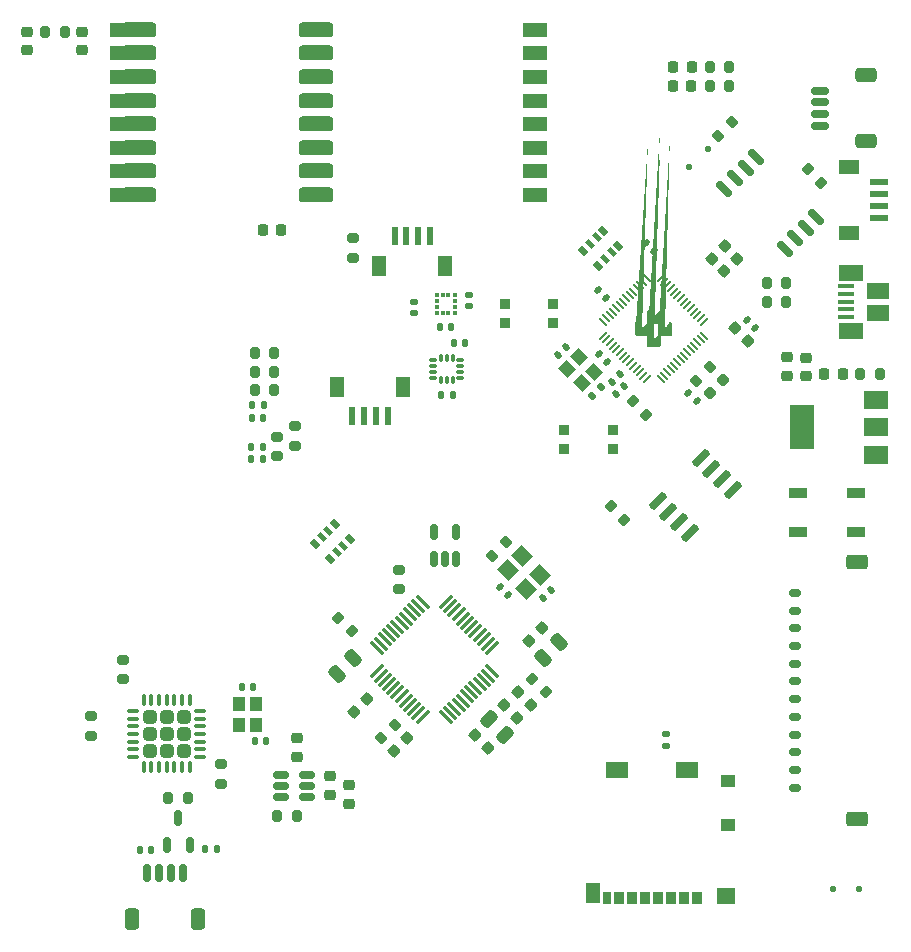
<source format=gbr>
%TF.GenerationSoftware,KiCad,Pcbnew,7.0.5*%
%TF.CreationDate,2023-08-02T13:43:56-07:00*%
%TF.ProjectId,flight_computer_dev_board_rfm98pw,666c6967-6874-45f6-936f-6d7075746572,rev?*%
%TF.SameCoordinates,Original*%
%TF.FileFunction,Paste,Top*%
%TF.FilePolarity,Positive*%
%FSLAX46Y46*%
G04 Gerber Fmt 4.6, Leading zero omitted, Abs format (unit mm)*
G04 Created by KiCad (PCBNEW 7.0.5) date 2023-08-02 13:43:56*
%MOMM*%
%LPD*%
G01*
G04 APERTURE LIST*
G04 Aperture macros list*
%AMRoundRect*
0 Rectangle with rounded corners*
0 $1 Rounding radius*
0 $2 $3 $4 $5 $6 $7 $8 $9 X,Y pos of 4 corners*
0 Add a 4 corners polygon primitive as box body*
4,1,4,$2,$3,$4,$5,$6,$7,$8,$9,$2,$3,0*
0 Add four circle primitives for the rounded corners*
1,1,$1+$1,$2,$3*
1,1,$1+$1,$4,$5*
1,1,$1+$1,$6,$7*
1,1,$1+$1,$8,$9*
0 Add four rect primitives between the rounded corners*
20,1,$1+$1,$2,$3,$4,$5,0*
20,1,$1+$1,$4,$5,$6,$7,0*
20,1,$1+$1,$6,$7,$8,$9,0*
20,1,$1+$1,$8,$9,$2,$3,0*%
%AMRotRect*
0 Rectangle, with rotation*
0 The origin of the aperture is its center*
0 $1 length*
0 $2 width*
0 $3 Rotation angle, in degrees counterclockwise*
0 Add horizontal line*
21,1,$1,$2,0,0,$3*%
%AMFreePoly0*
4,1,51,0.532219,0.614745,0.539696,0.609939,0.548496,0.608674,0.568109,0.591679,0.589937,0.577652,0.593629,0.569566,0.600348,0.563745,0.607658,0.538848,0.618438,0.515244,0.617172,0.506443,0.619677,0.497915,0.619677,-0.497915,0.614745,-0.532219,0.609939,-0.539696,0.608674,-0.548496,0.591679,-0.568109,0.577652,-0.589937,0.569566,-0.593629,0.563745,-0.600348,0.538848,-0.607658,
0.515244,-0.618438,0.506443,-0.617172,0.497915,-0.619677,-0.497915,-0.619677,-0.532219,-0.614745,-0.539696,-0.609939,-0.548496,-0.608674,-0.568109,-0.591679,-0.589937,-0.577652,-0.593629,-0.569566,-0.600348,-0.563745,-0.607658,-0.538848,-0.618438,-0.515244,-0.617172,-0.506443,-0.619677,-0.497915,-0.619677,0.397045,-0.616582,0.418565,-0.616895,0.422927,-0.615620,0.425261,-0.614745,0.431349,
-0.598456,0.456693,-0.584014,0.483144,-0.483144,0.584014,-0.465738,0.597042,-0.462875,0.600348,-0.460322,0.601097,-0.455399,0.604783,-0.425958,0.611187,-0.397045,0.619677,0.497915,0.619677,0.532219,0.614745,0.532219,0.614745,$1*%
%AMFreePoly1*
4,1,51,0.532219,0.614745,0.539696,0.609939,0.548496,0.608674,0.568109,0.591679,0.589937,0.577652,0.593629,0.569566,0.600348,0.563745,0.607658,0.538848,0.618438,0.515244,0.617172,0.506443,0.619677,0.497915,0.619677,-0.497915,0.614745,-0.532219,0.609939,-0.539696,0.608674,-0.548496,0.591679,-0.568109,0.577652,-0.589937,0.569566,-0.593629,0.563745,-0.600348,0.538848,-0.607658,
0.515244,-0.618438,0.506443,-0.617172,0.497915,-0.619677,-0.397045,-0.619677,-0.418563,-0.616583,-0.422927,-0.616895,-0.425261,-0.615620,-0.431349,-0.614745,-0.456693,-0.598456,-0.483144,-0.584014,-0.584014,-0.483144,-0.597044,-0.465737,-0.600348,-0.462875,-0.601097,-0.460323,-0.604783,-0.455400,-0.611187,-0.425956,-0.619677,-0.397045,-0.619677,0.497915,-0.614745,0.532219,-0.609939,0.539696,
-0.608674,0.548496,-0.591679,0.568109,-0.577652,0.589937,-0.569566,0.593629,-0.563745,0.600348,-0.538848,0.607658,-0.515244,0.618438,-0.506443,0.617172,-0.497915,0.619677,0.497915,0.619677,0.532219,0.614745,0.532219,0.614745,$1*%
%AMFreePoly2*
4,1,51,0.418565,0.616582,0.422927,0.616895,0.425261,0.615620,0.431349,0.614745,0.456693,0.598456,0.483144,0.584014,0.584014,0.483144,0.597042,0.465738,0.600348,0.462875,0.601097,0.460322,0.604783,0.455399,0.611187,0.425958,0.619677,0.397045,0.619677,-0.497915,0.614745,-0.532219,0.609939,-0.539696,0.608674,-0.548496,0.591679,-0.568109,0.577652,-0.589937,0.569566,-0.593629,
0.563745,-0.600348,0.538848,-0.607658,0.515244,-0.618438,0.506443,-0.617172,0.497915,-0.619677,-0.497915,-0.619677,-0.532219,-0.614745,-0.539696,-0.609939,-0.548496,-0.608674,-0.568109,-0.591679,-0.589937,-0.577652,-0.593629,-0.569566,-0.600348,-0.563745,-0.607658,-0.538848,-0.618438,-0.515244,-0.617172,-0.506443,-0.619677,-0.497915,-0.619677,0.497915,-0.614745,0.532219,-0.609939,0.539696,
-0.608674,0.548496,-0.591679,0.568109,-0.577652,0.589937,-0.569566,0.593629,-0.563745,0.600348,-0.538848,0.607658,-0.515244,0.618438,-0.506443,0.617172,-0.497915,0.619677,0.397045,0.619677,0.418565,0.616582,0.418565,0.616582,$1*%
%AMFreePoly3*
4,1,51,0.532219,0.614745,0.539696,0.609939,0.548496,0.608674,0.568109,0.591679,0.589937,0.577652,0.593629,0.569566,0.600348,0.563745,0.607658,0.538848,0.618438,0.515244,0.617172,0.506443,0.619677,0.497915,0.619677,-0.397045,0.616583,-0.418563,0.616895,-0.422927,0.615620,-0.425261,0.614745,-0.431349,0.598456,-0.456693,0.584014,-0.483144,0.483144,-0.584014,0.465737,-0.597044,
0.462875,-0.600348,0.460323,-0.601097,0.455400,-0.604783,0.425956,-0.611187,0.397045,-0.619677,-0.497915,-0.619677,-0.532219,-0.614745,-0.539696,-0.609939,-0.548496,-0.608674,-0.568109,-0.591679,-0.589937,-0.577652,-0.593629,-0.569566,-0.600348,-0.563745,-0.607658,-0.538848,-0.618438,-0.515244,-0.617172,-0.506443,-0.619677,-0.497915,-0.619677,0.497915,-0.614745,0.532219,-0.609939,0.539696,
-0.608674,0.548496,-0.591679,0.568109,-0.577652,0.589937,-0.569566,0.593629,-0.563745,0.600348,-0.538848,0.607658,-0.515244,0.618438,-0.506443,0.617172,-0.497915,0.619677,0.497915,0.619677,0.532219,0.614745,0.532219,0.614745,$1*%
G04 Aperture macros list end*
%ADD10RoundRect,0.250000X-0.320000X-0.320000X0.320000X-0.320000X0.320000X0.320000X-0.320000X0.320000X0*%
%ADD11RoundRect,0.075000X-0.437500X-0.075000X0.437500X-0.075000X0.437500X0.075000X-0.437500X0.075000X0*%
%ADD12RoundRect,0.075000X-0.075000X-0.437500X0.075000X-0.437500X0.075000X0.437500X-0.075000X0.437500X0*%
%ADD13RoundRect,0.200000X-0.275000X0.200000X-0.275000X-0.200000X0.275000X-0.200000X0.275000X0.200000X0*%
%ADD14RoundRect,0.140000X0.140000X0.170000X-0.140000X0.170000X-0.140000X-0.170000X0.140000X-0.170000X0*%
%ADD15RoundRect,0.140000X-0.140000X-0.170000X0.140000X-0.170000X0.140000X0.170000X-0.140000X0.170000X0*%
%ADD16R,1.000000X1.150000*%
%ADD17RoundRect,0.150000X-0.512500X-0.150000X0.512500X-0.150000X0.512500X0.150000X-0.512500X0.150000X0*%
%ADD18RoundRect,0.200000X0.200000X0.275000X-0.200000X0.275000X-0.200000X-0.275000X0.200000X-0.275000X0*%
%ADD19RoundRect,0.200000X-0.200000X-0.275000X0.200000X-0.275000X0.200000X0.275000X-0.200000X0.275000X0*%
%ADD20RoundRect,0.200000X0.275000X-0.200000X0.275000X0.200000X-0.275000X0.200000X-0.275000X-0.200000X0*%
%ADD21RoundRect,0.150000X-0.150000X-0.625000X0.150000X-0.625000X0.150000X0.625000X-0.150000X0.625000X0*%
%ADD22RoundRect,0.250000X-0.350000X-0.650000X0.350000X-0.650000X0.350000X0.650000X-0.350000X0.650000X0*%
%ADD23R,0.600000X1.550000*%
%ADD24R,1.200000X1.800000*%
%ADD25RoundRect,0.150000X0.150000X-0.512500X0.150000X0.512500X-0.150000X0.512500X-0.150000X-0.512500X0*%
%ADD26RoundRect,0.225000X-0.250000X0.225000X-0.250000X-0.225000X0.250000X-0.225000X0.250000X0.225000X0*%
%ADD27RoundRect,0.225000X0.250000X-0.225000X0.250000X0.225000X-0.250000X0.225000X-0.250000X-0.225000X0*%
%ADD28RoundRect,0.218750X0.026517X-0.335876X0.335876X-0.026517X-0.026517X0.335876X-0.335876X0.026517X0*%
%ADD29RotRect,0.800000X0.500000X135.000000*%
%ADD30RotRect,0.800000X0.400000X135.000000*%
%ADD31RoundRect,0.140000X-0.021213X0.219203X-0.219203X0.021213X0.021213X-0.219203X0.219203X-0.021213X0*%
%ADD32RoundRect,0.135000X0.185000X-0.135000X0.185000X0.135000X-0.185000X0.135000X-0.185000X-0.135000X0*%
%ADD33R,2.000000X1.500000*%
%ADD34R,2.000000X3.800000*%
%ADD35R,1.550000X0.600000*%
%ADD36R,1.800000X1.200000*%
%ADD37RoundRect,0.250000X0.159099X-0.512652X0.512652X-0.159099X-0.159099X0.512652X-0.512652X0.159099X0*%
%ADD38RoundRect,0.140000X0.021213X-0.219203X0.219203X-0.021213X-0.021213X0.219203X-0.219203X0.021213X0*%
%ADD39RoundRect,0.250000X0.512652X0.159099X0.159099X0.512652X-0.512652X-0.159099X-0.159099X-0.512652X0*%
%ADD40RoundRect,0.218750X0.218750X0.256250X-0.218750X0.256250X-0.218750X-0.256250X0.218750X-0.256250X0*%
%ADD41RoundRect,0.200000X-0.335876X-0.053033X-0.053033X-0.335876X0.335876X0.053033X0.053033X0.335876X0*%
%ADD42RoundRect,0.218750X-0.218750X-0.256250X0.218750X-0.256250X0.218750X0.256250X-0.218750X0.256250X0*%
%ADD43RoundRect,0.225000X-0.017678X0.335876X-0.335876X0.017678X0.017678X-0.335876X0.335876X-0.017678X0*%
%ADD44R,0.900000X0.900000*%
%ADD45RoundRect,0.140000X-0.170000X0.140000X-0.170000X-0.140000X0.170000X-0.140000X0.170000X0.140000X0*%
%ADD46RoundRect,0.225000X0.017678X-0.335876X0.335876X-0.017678X-0.017678X0.335876X-0.335876X0.017678X0*%
%ADD47RotRect,1.400000X1.200000X315.000000*%
%ADD48RoundRect,0.135000X-0.035355X0.226274X-0.226274X0.035355X0.035355X-0.226274X0.226274X-0.035355X0*%
%ADD49RoundRect,0.225000X-0.335876X-0.017678X-0.017678X-0.335876X0.335876X0.017678X0.017678X0.335876X0*%
%ADD50RoundRect,0.200000X0.053033X-0.335876X0.335876X-0.053033X-0.053033X0.335876X-0.335876X0.053033X0*%
%ADD51RotRect,1.150000X1.000000X315.000000*%
%ADD52RoundRect,0.140000X0.219203X0.021213X0.021213X0.219203X-0.219203X-0.021213X-0.021213X-0.219203X0*%
%ADD53RoundRect,0.200000X0.335876X0.053033X0.053033X0.335876X-0.335876X-0.053033X-0.053033X-0.335876X0*%
%ADD54R,2.000000X1.300000*%
%ADD55RoundRect,0.087500X-0.225000X-0.087500X0.225000X-0.087500X0.225000X0.087500X-0.225000X0.087500X0*%
%ADD56RoundRect,0.087500X-0.087500X-0.225000X0.087500X-0.225000X0.087500X0.225000X-0.087500X0.225000X0*%
%ADD57RoundRect,0.150000X-0.565685X0.353553X0.353553X-0.565685X0.565685X-0.353553X-0.353553X0.565685X0*%
%ADD58RoundRect,0.140000X-0.219203X-0.021213X-0.021213X-0.219203X0.219203X0.021213X0.021213X0.219203X0*%
%ADD59R,1.500000X0.900000*%
%ADD60RoundRect,0.125000X-0.125000X-0.125000X0.125000X-0.125000X0.125000X0.125000X-0.125000X0.125000X0*%
%ADD61RoundRect,0.125000X0.000000X-0.176777X0.176777X0.000000X0.000000X0.176777X-0.176777X0.000000X0*%
%ADD62R,0.850000X1.100000*%
%ADD63R,0.750000X1.100000*%
%ADD64R,1.200000X1.000000*%
%ADD65R,1.550000X1.350000*%
%ADD66R,1.900000X1.350000*%
%ADD67R,1.170000X1.800000*%
%ADD68RoundRect,0.150000X0.625000X-0.150000X0.625000X0.150000X-0.625000X0.150000X-0.625000X-0.150000X0*%
%ADD69RoundRect,0.250000X0.650000X-0.350000X0.650000X0.350000X-0.650000X0.350000X-0.650000X-0.350000X0*%
%ADD70FreePoly0,315.000000*%
%ADD71FreePoly1,315.000000*%
%ADD72FreePoly2,315.000000*%
%ADD73FreePoly3,315.000000*%
%ADD74RoundRect,0.050000X-0.309359X0.238649X0.238649X-0.309359X0.309359X-0.238649X-0.238649X0.309359X0*%
%ADD75RoundRect,0.050000X-0.309359X-0.238649X-0.238649X-0.309359X0.309359X0.238649X0.238649X0.309359X0*%
%ADD76RoundRect,0.317500X1.157500X0.317500X-1.157500X0.317500X-1.157500X-0.317500X1.157500X-0.317500X0*%
%ADD77R,0.375000X0.350000*%
%ADD78R,0.350000X0.375000*%
%ADD79RoundRect,0.225000X0.225000X0.250000X-0.225000X0.250000X-0.225000X-0.250000X0.225000X-0.250000X0*%
%ADD80RoundRect,0.150000X0.350000X-0.150000X0.350000X0.150000X-0.350000X0.150000X-0.350000X-0.150000X0*%
%ADD81RoundRect,0.250000X0.650000X-0.375000X0.650000X0.375000X-0.650000X0.375000X-0.650000X-0.375000X0*%
%ADD82RoundRect,0.150000X0.406586X0.618718X-0.618718X-0.406586X-0.406586X-0.618718X0.618718X0.406586X0*%
%ADD83RoundRect,0.200000X-0.053033X0.335876X-0.335876X0.053033X0.053033X-0.335876X0.335876X-0.053033X0*%
%ADD84RoundRect,0.225000X0.335876X0.017678X0.017678X0.335876X-0.335876X-0.017678X-0.017678X-0.335876X0*%
%ADD85R,1.380000X0.450000*%
%ADD86R,2.100000X1.475000*%
%ADD87R,1.900000X1.375000*%
%ADD88RoundRect,0.075000X-0.415425X-0.521491X0.521491X0.415425X0.415425X0.521491X-0.521491X-0.415425X0*%
%ADD89RoundRect,0.075000X0.415425X-0.521491X0.521491X-0.415425X-0.415425X0.521491X-0.521491X0.415425X0*%
G04 APERTURE END LIST*
D10*
%TO.C,U9*%
X163302500Y-121040000D03*
X166142500Y-119620000D03*
X166142500Y-118200000D03*
X164722500Y-119620000D03*
X164722500Y-118200000D03*
X163302500Y-118200000D03*
X166142500Y-121040000D03*
X163302500Y-119620000D03*
X164722500Y-121040000D03*
D11*
X161885000Y-117670000D03*
X161885000Y-118320000D03*
X161885000Y-118970000D03*
X161885000Y-119620000D03*
X161885000Y-120270000D03*
X161885000Y-120920000D03*
X161885000Y-121570000D03*
D12*
X162772500Y-122457500D03*
X163422500Y-122457500D03*
X164072500Y-122457500D03*
X164722500Y-122457500D03*
X165372500Y-122457500D03*
X166022500Y-122457500D03*
X166672500Y-122457500D03*
D11*
X167560000Y-121570000D03*
X167560000Y-120920000D03*
X167560000Y-120270000D03*
X167560000Y-119620000D03*
X167560000Y-118970000D03*
X167560000Y-118320000D03*
X167560000Y-117670000D03*
D12*
X166672500Y-116782500D03*
X166022500Y-116782500D03*
X165372500Y-116782500D03*
X164722500Y-116782500D03*
X164072500Y-116782500D03*
X163422500Y-116782500D03*
X162772500Y-116782500D03*
%TD*%
D13*
%TO.C,R28*%
X184390000Y-105740000D03*
X184390000Y-107390000D03*
%TD*%
D14*
%TO.C,C40*%
X168940000Y-129360000D03*
X167980000Y-129360000D03*
%TD*%
%TO.C,C39*%
X163410000Y-129420000D03*
X162450000Y-129420000D03*
%TD*%
D15*
%TO.C,C38*%
X171080000Y-115670000D03*
X172040000Y-115670000D03*
%TD*%
%TO.C,C37*%
X172180000Y-120200000D03*
X173140000Y-120200000D03*
%TD*%
D16*
%TO.C,Y3*%
X172260000Y-118825000D03*
X172260000Y-117075000D03*
X170860000Y-117075000D03*
X170860000Y-118825000D03*
%TD*%
D17*
%TO.C,U10*%
X174350000Y-123060000D03*
X174350000Y-124010000D03*
X174350000Y-124960000D03*
X176625000Y-124960000D03*
X176625000Y-124010000D03*
X176625000Y-123060000D03*
%TD*%
D18*
%TO.C,R27*%
X175725000Y-126600000D03*
X174075000Y-126600000D03*
%TD*%
D19*
%TO.C,R26*%
X164850000Y-125070000D03*
X166500000Y-125070000D03*
%TD*%
D20*
%TO.C,R25*%
X169290000Y-123855000D03*
X169290000Y-122205000D03*
%TD*%
%TO.C,R24*%
X158270000Y-119795000D03*
X158270000Y-118145000D03*
%TD*%
D13*
%TO.C,R23*%
X161020000Y-113325000D03*
X161020000Y-114975000D03*
%TD*%
D21*
%TO.C,J13*%
X163070000Y-131390000D03*
X164070000Y-131390000D03*
X165070000Y-131390000D03*
X166070000Y-131390000D03*
D22*
X167370000Y-135265000D03*
X161770000Y-135265000D03*
%TD*%
D23*
%TO.C,J11*%
X180440000Y-92745000D03*
X181440000Y-92745000D03*
X182440000Y-92745000D03*
X183440000Y-92745000D03*
D24*
X179140000Y-90220000D03*
X184740000Y-90220000D03*
%TD*%
%TO.C,J10*%
X182700000Y-80030000D03*
X188300000Y-80030000D03*
D23*
X184000000Y-77505000D03*
X185000000Y-77505000D03*
X186000000Y-77505000D03*
X187000000Y-77505000D03*
%TD*%
D25*
%TO.C,D8*%
X164750000Y-129047500D03*
X166650000Y-129047500D03*
X165700000Y-126772500D03*
%TD*%
D26*
%TO.C,C43*%
X175750000Y-119995000D03*
X175750000Y-121545000D03*
%TD*%
D27*
%TO.C,C42*%
X178580000Y-124755000D03*
X178580000Y-123205000D03*
%TD*%
%TO.C,C41*%
X180150000Y-125535000D03*
X180150000Y-123985000D03*
%TD*%
D28*
%TO.C,D5*%
X210684189Y-90795812D03*
X211797883Y-89682118D03*
%TD*%
D29*
%TO.C,R22*%
X178537868Y-104804924D03*
D30*
X179103553Y-104239239D03*
X179669239Y-103673553D03*
D29*
X180234924Y-103107868D03*
X178962132Y-101835076D03*
D30*
X178396447Y-102400761D03*
X177830761Y-102966447D03*
D29*
X177265076Y-103532132D03*
%TD*%
D31*
%TO.C,C11*%
X203079411Y-89110589D03*
X202400589Y-89789411D03*
%TD*%
D27*
%TO.C,C13*%
X217210000Y-89295000D03*
X217210000Y-87745000D03*
%TD*%
D19*
%TO.C,R7*%
X215520000Y-81480000D03*
X217170000Y-81480000D03*
%TD*%
D15*
%TO.C,C17*%
X171960000Y-91780000D03*
X172920000Y-91780000D03*
%TD*%
D32*
%TO.C,R15*%
X206960000Y-120650000D03*
X206960000Y-119630000D03*
%TD*%
D26*
%TO.C,C16*%
X152910000Y-60185000D03*
X152910000Y-61735000D03*
%TD*%
D20*
%TO.C,R18*%
X175600000Y-95205000D03*
X175600000Y-93555000D03*
%TD*%
D33*
%TO.C,IC2*%
X224780000Y-95970000D03*
X224780000Y-93670000D03*
X224780000Y-91370000D03*
D34*
X218480000Y-93670000D03*
%TD*%
D35*
%TO.C,J9*%
X224995000Y-75920000D03*
X224995000Y-74920000D03*
X224995000Y-73920000D03*
X224995000Y-72920000D03*
D36*
X222470000Y-77220000D03*
X222470000Y-71620000D03*
%TD*%
D37*
%TO.C,C24*%
X179108249Y-114571751D03*
X180451751Y-113228249D03*
%TD*%
D38*
%TO.C,C4*%
X202780589Y-90849411D03*
X203459411Y-90170589D03*
%TD*%
D39*
%TO.C,C25*%
X193341751Y-119711751D03*
X191998249Y-118368249D03*
%TD*%
D40*
%TO.C,D1*%
X209157500Y-63130000D03*
X207582500Y-63130000D03*
%TD*%
D29*
%TO.C,R6*%
X201245736Y-79979848D03*
D30*
X201811421Y-79414163D03*
X202377107Y-78848477D03*
D29*
X202942792Y-78282792D03*
X201670000Y-77010000D03*
D30*
X201104315Y-77575685D03*
X200538629Y-78141371D03*
D29*
X199972944Y-78707056D03*
%TD*%
D41*
%TO.C,FB1*%
X195676637Y-114936637D03*
X196843363Y-116103363D03*
%TD*%
D27*
%TO.C,C12*%
X218810000Y-89315000D03*
X218810000Y-87765000D03*
%TD*%
D42*
%TO.C,D3*%
X220382500Y-89190000D03*
X221957500Y-89190000D03*
%TD*%
D43*
%TO.C,C20*%
X185068008Y-119961992D03*
X183971992Y-121058008D03*
%TD*%
D15*
%TO.C,C18*%
X171890000Y-95310000D03*
X172850000Y-95310000D03*
%TD*%
D44*
%TO.C,SW2*%
X202480000Y-93910000D03*
X198380000Y-93910000D03*
X202480000Y-95510000D03*
X198380000Y-95510000D03*
%TD*%
D15*
%TO.C,C32*%
X189040000Y-86550000D03*
X190000000Y-86550000D03*
%TD*%
%TO.C,C19*%
X171890000Y-96340000D03*
X172850000Y-96340000D03*
%TD*%
D45*
%TO.C,C34*%
X190300000Y-82430000D03*
X190300000Y-83390000D03*
%TD*%
D18*
%TO.C,L1*%
X156065000Y-60190000D03*
X154415000Y-60190000D03*
%TD*%
D46*
%TO.C,C3*%
X210853984Y-79396016D03*
X211950000Y-78300000D03*
%TD*%
D47*
%TO.C,Y2*%
X193601142Y-105773223D03*
X195156777Y-107328858D03*
X196358858Y-106126777D03*
X194803223Y-104571142D03*
%TD*%
D48*
%TO.C,R2*%
X201460624Y-90269376D03*
X200739376Y-90990624D03*
%TD*%
D18*
%TO.C,R17*%
X173815000Y-90500000D03*
X172165000Y-90500000D03*
%TD*%
D49*
%TO.C,C22*%
X190801992Y-119721992D03*
X191898008Y-120818008D03*
%TD*%
D50*
%TO.C,R21*%
X192256637Y-104563363D03*
X193423363Y-103396637D03*
%TD*%
D51*
%TO.C,Y1*%
X198642614Y-88692512D03*
X199880051Y-89929949D03*
X200870000Y-88940000D03*
X199632563Y-87702563D03*
%TD*%
D46*
%TO.C,C8*%
X211931992Y-80468008D03*
X213028008Y-79371992D03*
%TD*%
D52*
%TO.C,C10*%
X201909411Y-82689411D03*
X201230589Y-82010589D03*
%TD*%
D26*
%TO.C,C15*%
X157560000Y-60175000D03*
X157560000Y-61725000D03*
%TD*%
D37*
%TO.C,C27*%
X196578249Y-113161751D03*
X197921751Y-111818249D03*
%TD*%
D53*
%TO.C,R12*%
X220143363Y-72943363D03*
X218976637Y-71776637D03*
%TD*%
D18*
%TO.C,R14*%
X173805000Y-87400000D03*
X172155000Y-87400000D03*
%TD*%
D54*
%TO.C,U4*%
X160910000Y-60001499D03*
X160910000Y-62001499D03*
X160910000Y-64001499D03*
X160910000Y-66001499D03*
X160910000Y-68001499D03*
X160910000Y-70001499D03*
X160910000Y-72001499D03*
X160910000Y-74001499D03*
X195910000Y-74001499D03*
X195910000Y-72001499D03*
X195910000Y-70001499D03*
X195910000Y-68001499D03*
X195910000Y-66001499D03*
X195910000Y-64001499D03*
X195910000Y-62001499D03*
X195910000Y-60001499D03*
%TD*%
D20*
%TO.C,R19*%
X174090000Y-96125000D03*
X174090000Y-94475000D03*
%TD*%
D25*
%TO.C,U1*%
X187320000Y-104777500D03*
X188270000Y-104777500D03*
X189220000Y-104777500D03*
X189220000Y-102502500D03*
X187320000Y-102502500D03*
%TD*%
D19*
%TO.C,R4*%
X210685000Y-63130000D03*
X212335000Y-63130000D03*
%TD*%
D50*
%TO.C,R20*%
X182866637Y-120003363D03*
X184033363Y-118836637D03*
%TD*%
D55*
%TO.C,U7*%
X187257500Y-87970000D03*
X187257500Y-88470000D03*
X187257500Y-88970000D03*
X187257500Y-89470000D03*
D56*
X187920000Y-89632500D03*
X188420000Y-89632500D03*
X188920000Y-89632500D03*
D55*
X189582500Y-89470000D03*
X189582500Y-88970000D03*
X189582500Y-88470000D03*
X189582500Y-87970000D03*
D56*
X188920000Y-87807500D03*
X188420000Y-87807500D03*
X187920000Y-87807500D03*
%TD*%
D31*
%TO.C,C2*%
X198499411Y-86870589D03*
X197820589Y-87549411D03*
%TD*%
D46*
%TO.C,C28*%
X195421992Y-111748008D03*
X196518008Y-110651992D03*
%TD*%
D49*
%TO.C,C6*%
X212811992Y-85251992D03*
X213908008Y-86348008D03*
%TD*%
D52*
%TO.C,C9*%
X205989411Y-78729411D03*
X205310589Y-78050589D03*
%TD*%
D57*
%TO.C,U6*%
X214631454Y-70767377D03*
X213733428Y-71665403D03*
X212835403Y-72563428D03*
X211937377Y-73461454D03*
X217028546Y-78552623D03*
X217926572Y-77654597D03*
X218824597Y-76756572D03*
X219722623Y-75858546D03*
%TD*%
D40*
%TO.C,D2*%
X209137500Y-64730000D03*
X207562500Y-64730000D03*
%TD*%
D41*
%TO.C,FB2*%
X179196637Y-109776637D03*
X180363363Y-110943363D03*
%TD*%
D58*
%TO.C,C7*%
X208890589Y-90770589D03*
X209569411Y-91449411D03*
%TD*%
D19*
%TO.C,R8*%
X215525000Y-83070000D03*
X217175000Y-83070000D03*
%TD*%
D59*
%TO.C,LED1*%
X218160000Y-99190000D03*
X218160000Y-102490000D03*
X223060000Y-102490000D03*
X223060000Y-99190000D03*
%TD*%
D60*
%TO.C,D7*%
X221160000Y-132720000D03*
X223360000Y-132720000D03*
%TD*%
D50*
%TO.C,R11*%
X209546637Y-89703363D03*
X210713363Y-88536637D03*
%TD*%
D58*
%TO.C,C1*%
X201330589Y-87440589D03*
X202009411Y-88119411D03*
%TD*%
D61*
%TO.C,D4*%
X208964683Y-71637817D03*
X210520317Y-70082183D03*
%TD*%
D19*
%TO.C,R3*%
X210685000Y-64750000D03*
X212335000Y-64750000D03*
%TD*%
D62*
%TO.C,J4*%
X209635000Y-133480000D03*
X208535000Y-133480000D03*
X207435000Y-133480000D03*
X206335000Y-133480000D03*
X205235000Y-133480000D03*
X204135000Y-133480000D03*
X203035000Y-133480000D03*
D63*
X201985000Y-133480000D03*
D64*
X212270000Y-127330000D03*
X212270000Y-123630000D03*
D65*
X212095000Y-133355000D03*
D66*
X208770000Y-122655000D03*
X202800000Y-122655000D03*
D67*
X200775000Y-133130000D03*
%TD*%
D53*
%TO.C,R1*%
X205323363Y-92633363D03*
X204156637Y-91466637D03*
%TD*%
D68*
%TO.C,J7*%
X220050000Y-68150000D03*
X220050000Y-67150000D03*
X220050000Y-66150000D03*
X220050000Y-65150000D03*
D69*
X223925000Y-69450000D03*
X223925000Y-63850000D03*
%TD*%
D43*
%TO.C,C21*%
X181678008Y-116701992D03*
X180581992Y-117798008D03*
%TD*%
D49*
%TO.C,C23*%
X193311992Y-117171992D03*
X194408008Y-118268008D03*
%TD*%
D70*
%TO.C,IC1*%
X205930000Y-84355406D03*
D71*
X204975406Y-85310000D03*
D72*
X206884594Y-85310000D03*
D73*
X205930000Y-86264594D03*
D74*
X205337798Y-81040843D03*
X205054955Y-81323686D03*
X204772113Y-81606528D03*
X204489270Y-81889371D03*
X204206427Y-82172214D03*
X203923585Y-82455056D03*
X203640742Y-82737899D03*
X203357899Y-83020742D03*
X203075056Y-83303585D03*
X202792214Y-83586427D03*
X202509371Y-83869270D03*
X202226528Y-84152113D03*
X201943686Y-84434955D03*
X201660843Y-84717798D03*
D75*
X201660843Y-85902202D03*
X201943686Y-86185045D03*
X202226528Y-86467887D03*
X202509371Y-86750730D03*
X202792214Y-87033573D03*
X203075056Y-87316415D03*
X203357899Y-87599258D03*
X203640742Y-87882101D03*
X203923585Y-88164944D03*
X204206427Y-88447786D03*
X204489270Y-88730629D03*
X204772113Y-89013472D03*
X205054955Y-89296314D03*
X205337798Y-89579157D03*
D74*
X206522202Y-89579157D03*
X206805045Y-89296314D03*
X207087887Y-89013472D03*
X207370730Y-88730629D03*
X207653573Y-88447786D03*
X207936415Y-88164944D03*
X208219258Y-87882101D03*
X208502101Y-87599258D03*
X208784944Y-87316415D03*
X209067786Y-87033573D03*
X209350629Y-86750730D03*
X209633472Y-86467887D03*
X209916314Y-86185045D03*
X210199157Y-85902202D03*
D75*
X210199157Y-84717798D03*
X209916314Y-84434955D03*
X209633472Y-84152113D03*
X209350629Y-83869270D03*
X209067786Y-83586427D03*
X208784944Y-83303585D03*
X208502101Y-83020742D03*
X208219258Y-82737899D03*
X207936415Y-82455056D03*
X207653573Y-82172214D03*
X207370730Y-81889371D03*
X207087887Y-81606528D03*
X206805045Y-81323686D03*
X206522202Y-81040843D03*
%TD*%
D15*
%TO.C,C31*%
X187860000Y-85190000D03*
X188820000Y-85190000D03*
%TD*%
D76*
%TO.C,U5*%
X177385000Y-74000000D03*
X177385000Y-72000000D03*
X177385000Y-70000000D03*
X177385000Y-68000000D03*
X177385000Y-66000000D03*
X177385000Y-64000000D03*
X177385000Y-62000000D03*
X177385000Y-60000000D03*
X162335000Y-60000000D03*
X162335000Y-62000000D03*
X162335000Y-64000000D03*
X162335000Y-66000000D03*
X162335000Y-68000000D03*
X162335000Y-70000000D03*
X162335000Y-72000000D03*
X162335000Y-74000000D03*
%TD*%
D52*
%TO.C,C5*%
X214538822Y-85218822D03*
X213860000Y-84540000D03*
%TD*%
D18*
%TO.C,R16*%
X173805000Y-88950000D03*
X172155000Y-88950000D03*
%TD*%
D77*
%TO.C,U8*%
X187557500Y-82470000D03*
X187557500Y-82970000D03*
X187557500Y-83470000D03*
X187557500Y-83970000D03*
D78*
X188070000Y-83982500D03*
X188570000Y-83982500D03*
D77*
X189082500Y-83970000D03*
X189082500Y-83470000D03*
X189082500Y-82970000D03*
X189082500Y-82470000D03*
D78*
X188570000Y-82457500D03*
X188070000Y-82457500D03*
%TD*%
D44*
%TO.C,SW1*%
X197450000Y-83260000D03*
X193350000Y-83260000D03*
X197450000Y-84860000D03*
X193350000Y-84860000D03*
%TD*%
D15*
%TO.C,C36*%
X171940000Y-92840000D03*
X172900000Y-92840000D03*
%TD*%
D58*
%TO.C,C29*%
X192910589Y-107160589D03*
X193589411Y-107839411D03*
%TD*%
D79*
%TO.C,C14*%
X174405000Y-76950000D03*
X172855000Y-76950000D03*
%TD*%
D80*
%TO.C,J2*%
X217950000Y-124180000D03*
X217950000Y-122680000D03*
X217950000Y-121180000D03*
X217950000Y-119680000D03*
X217950000Y-118180000D03*
X217950000Y-116680000D03*
X217950000Y-115180000D03*
X217950000Y-113680000D03*
X217950000Y-112180000D03*
X217950000Y-110680000D03*
X217950000Y-109180000D03*
X217950000Y-107680000D03*
D81*
X223140000Y-126785000D03*
X223140000Y-105075000D03*
%TD*%
D45*
%TO.C,C33*%
X185690000Y-83040000D03*
X185690000Y-84000000D03*
%TD*%
D41*
%TO.C,R5*%
X202296637Y-100356637D03*
X203463363Y-101523363D03*
%TD*%
D82*
%TO.C,U3*%
X212627838Y-98956238D03*
X211729813Y-98058213D03*
X210831787Y-97160187D03*
X209933762Y-96262162D03*
X206292162Y-99903762D03*
X207190187Y-100801787D03*
X208088213Y-101699813D03*
X208986238Y-102597838D03*
%TD*%
D83*
%TO.C,R10*%
X212553363Y-67806637D03*
X211386637Y-68973363D03*
%TD*%
D84*
%TO.C,C26*%
X195528008Y-117148008D03*
X194431992Y-116051992D03*
%TD*%
D31*
%TO.C,C30*%
X197249411Y-107470589D03*
X196570589Y-108149411D03*
%TD*%
D85*
%TO.C,J8*%
X222260000Y-81720000D03*
X222260000Y-82370000D03*
X222260000Y-83020000D03*
X222260000Y-83670000D03*
X222260000Y-84320000D03*
D86*
X222620000Y-85482500D03*
D87*
X224920000Y-83957500D03*
X224920000Y-82082500D03*
D86*
X222620000Y-80557500D03*
%TD*%
D20*
%TO.C,R13*%
X180500000Y-79325000D03*
X180500000Y-77675000D03*
%TD*%
D88*
%TO.C,U2*%
X182484248Y-114327576D03*
X182837802Y-114681130D03*
X183191355Y-115034683D03*
X183544909Y-115388237D03*
X183898462Y-115741790D03*
X184252015Y-116095343D03*
X184605569Y-116448897D03*
X184959122Y-116802450D03*
X185312675Y-117156003D03*
X185666229Y-117509557D03*
X186019782Y-117863110D03*
X186373336Y-118216664D03*
D89*
X188370912Y-118216664D03*
X188724466Y-117863110D03*
X189078019Y-117509557D03*
X189431573Y-117156003D03*
X189785126Y-116802450D03*
X190138679Y-116448897D03*
X190492233Y-116095343D03*
X190845786Y-115741790D03*
X191199339Y-115388237D03*
X191552893Y-115034683D03*
X191906446Y-114681130D03*
X192260000Y-114327576D03*
D88*
X192260000Y-112330000D03*
X191906446Y-111976446D03*
X191552893Y-111622893D03*
X191199339Y-111269339D03*
X190845786Y-110915786D03*
X190492233Y-110562233D03*
X190138679Y-110208679D03*
X189785126Y-109855126D03*
X189431573Y-109501573D03*
X189078019Y-109148019D03*
X188724466Y-108794466D03*
X188370912Y-108440912D03*
D89*
X186373336Y-108440912D03*
X186019782Y-108794466D03*
X185666229Y-109148019D03*
X185312675Y-109501573D03*
X184959122Y-109855126D03*
X184605569Y-110208679D03*
X184252015Y-110562233D03*
X183898462Y-110915786D03*
X183544909Y-111269339D03*
X183191355Y-111622893D03*
X182837802Y-111976446D03*
X182484248Y-112330000D03*
%TD*%
D15*
%TO.C,C35*%
X187970000Y-90950000D03*
X188930000Y-90950000D03*
%TD*%
D18*
%TO.C,R9*%
X225065000Y-89180000D03*
X223415000Y-89180000D03*
%TD*%
M02*

</source>
